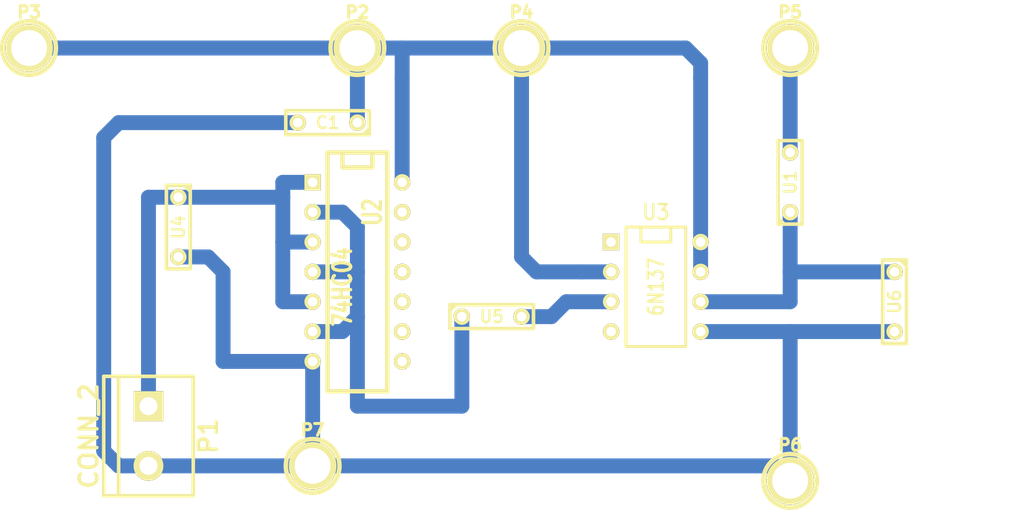
<source format=kicad_pcb>
(kicad_pcb (version 3) (host pcbnew "(2013-07-07 BZR 4022)-stable")

  (general
    (links 25)
    (no_connects 0)
    (area 0 0 0 0)
    (thickness 1.6)
    (drawings 2)
    (tracks 59)
    (zones 0)
    (modules 14)
    (nets 8)
  )

  (page A3)
  (layers
    (15 F.Cu signal)
    (0 B.Cu signal)
    (16 B.Adhes user)
    (17 F.Adhes user)
    (18 B.Paste user)
    (19 F.Paste user)
    (20 B.SilkS user)
    (21 F.SilkS user)
    (22 B.Mask user)
    (23 F.Mask user)
    (24 Dwgs.User user)
    (25 Cmts.User user)
    (26 Eco1.User user)
    (27 Eco2.User user)
    (28 Edge.Cuts user)
  )

  (setup
    (last_trace_width 1.27)
    (user_trace_width 1.27)
    (trace_clearance 0.254)
    (zone_clearance 0.508)
    (zone_45_only no)
    (trace_min 0.254)
    (segment_width 0.2)
    (edge_width 0.1)
    (via_size 0.889)
    (via_drill 0.635)
    (via_min_size 0.889)
    (via_min_drill 0.508)
    (uvia_size 0.508)
    (uvia_drill 0.127)
    (uvias_allowed no)
    (uvia_min_size 0.508)
    (uvia_min_drill 0.127)
    (pcb_text_width 0.3)
    (pcb_text_size 1.5 1.5)
    (mod_edge_width 0.15)
    (mod_text_size 1 1)
    (mod_text_width 0.15)
    (pad_size 1.5 1.5)
    (pad_drill 0.6)
    (pad_to_mask_clearance 0)
    (aux_axis_origin 0 0)
    (visible_elements FFFFFBBF)
    (pcbplotparams
      (layerselection 3178497)
      (usegerberextensions true)
      (excludeedgelayer true)
      (linewidth 0.150000)
      (plotframeref false)
      (viasonmask false)
      (mode 1)
      (useauxorigin false)
      (hpglpennumber 1)
      (hpglpenspeed 20)
      (hpglpendiameter 15)
      (hpglpenoverlay 2)
      (psnegative false)
      (psa4output false)
      (plotreference true)
      (plotvalue true)
      (plotothertext true)
      (plotinvisibletext false)
      (padsonsilk false)
      (subtractmaskfromsilk false)
      (outputformat 1)
      (mirror false)
      (drillshape 1)
      (scaleselection 1)
      (outputdirectory ""))
  )

  (net 0 "")
  (net 1 +3.3V)
  (net 2 AGND)
  (net 3 N-000004)
  (net 4 N-000007)
  (net 5 N-000008)
  (net 6 N-000009)
  (net 7 VAA)

  (net_class Default "This is the default net class."
    (clearance 0.254)
    (trace_width 0.254)
    (via_dia 0.889)
    (via_drill 0.635)
    (uvia_dia 0.508)
    (uvia_drill 0.127)
    (add_net "")
    (add_net +3.3V)
    (add_net AGND)
    (add_net N-000004)
    (add_net N-000007)
    (add_net N-000008)
    (add_net N-000009)
    (add_net VAA)
  )

  (module DIP-8__300 (layer F.Cu) (tedit 43A7F843) (tstamp 5342FE13)
    (at 83.82 50.8 270)
    (descr "8 pins DIL package, round pads")
    (tags DIL)
    (path /534222F7)
    (fp_text reference U3 (at -6.35 0 360) (layer F.SilkS)
      (effects (font (size 1.27 1.143) (thickness 0.2032)))
    )
    (fp_text value 6N137 (at 0 0 270) (layer F.SilkS)
      (effects (font (size 1.27 1.016) (thickness 0.2032)))
    )
    (fp_line (start -5.08 -1.27) (end -3.81 -1.27) (layer F.SilkS) (width 0.254))
    (fp_line (start -3.81 -1.27) (end -3.81 1.27) (layer F.SilkS) (width 0.254))
    (fp_line (start -3.81 1.27) (end -5.08 1.27) (layer F.SilkS) (width 0.254))
    (fp_line (start -5.08 -2.54) (end 5.08 -2.54) (layer F.SilkS) (width 0.254))
    (fp_line (start 5.08 -2.54) (end 5.08 2.54) (layer F.SilkS) (width 0.254))
    (fp_line (start 5.08 2.54) (end -5.08 2.54) (layer F.SilkS) (width 0.254))
    (fp_line (start -5.08 2.54) (end -5.08 -2.54) (layer F.SilkS) (width 0.254))
    (pad 1 thru_hole rect (at -3.81 3.81 270) (size 1.397 1.397) (drill 0.8128)
      (layers *.Cu *.Mask F.SilkS)
    )
    (pad 2 thru_hole circle (at -1.27 3.81 270) (size 1.397 1.397) (drill 0.8128)
      (layers *.Cu *.Mask F.SilkS)
      (net 7 VAA)
    )
    (pad 3 thru_hole circle (at 1.27 3.81 270) (size 1.397 1.397) (drill 0.8128)
      (layers *.Cu *.Mask F.SilkS)
      (net 6 N-000009)
    )
    (pad 4 thru_hole circle (at 3.81 3.81 270) (size 1.397 1.397) (drill 0.8128)
      (layers *.Cu *.Mask F.SilkS)
    )
    (pad 5 thru_hole circle (at 3.81 -3.81 270) (size 1.397 1.397) (drill 0.8128)
      (layers *.Cu *.Mask F.SilkS)
      (net 2 AGND)
    )
    (pad 6 thru_hole circle (at 1.27 -3.81 270) (size 1.397 1.397) (drill 0.8128)
      (layers *.Cu *.Mask F.SilkS)
      (net 3 N-000004)
    )
    (pad 7 thru_hole circle (at -1.27 -3.81 270) (size 1.397 1.397) (drill 0.8128)
      (layers *.Cu *.Mask F.SilkS)
      (net 7 VAA)
    )
    (pad 8 thru_hole circle (at -3.81 -3.81 270) (size 1.397 1.397) (drill 0.8128)
      (layers *.Cu *.Mask F.SilkS)
      (net 7 VAA)
    )
    (model dil/dil_8.wrl
      (at (xyz 0 0 0))
      (scale (xyz 1 1 1))
      (rotate (xyz 0 0 0))
    )
  )

  (module DIP-14__300 (layer F.Cu) (tedit 200000) (tstamp 5342FE2C)
    (at 58.42 49.53 270)
    (descr "14 pins DIL package, round pads")
    (tags DIL)
    (path /53422FF2)
    (fp_text reference U2 (at -5.08 -1.27 270) (layer F.SilkS)
      (effects (font (size 1.524 1.143) (thickness 0.3048)))
    )
    (fp_text value 74HC04 (at 1.27 1.27 270) (layer F.SilkS)
      (effects (font (size 1.524 1.143) (thickness 0.3048)))
    )
    (fp_line (start -10.16 -2.54) (end 10.16 -2.54) (layer F.SilkS) (width 0.381))
    (fp_line (start 10.16 2.54) (end -10.16 2.54) (layer F.SilkS) (width 0.381))
    (fp_line (start -10.16 2.54) (end -10.16 -2.54) (layer F.SilkS) (width 0.381))
    (fp_line (start -10.16 -1.27) (end -8.89 -1.27) (layer F.SilkS) (width 0.381))
    (fp_line (start -8.89 -1.27) (end -8.89 1.27) (layer F.SilkS) (width 0.381))
    (fp_line (start -8.89 1.27) (end -10.16 1.27) (layer F.SilkS) (width 0.381))
    (fp_line (start 10.16 -2.54) (end 10.16 2.54) (layer F.SilkS) (width 0.381))
    (pad 1 thru_hole rect (at -7.62 3.81 270) (size 1.397 1.397) (drill 0.8128)
      (layers *.Cu *.Mask F.SilkS)
      (net 5 N-000008)
    )
    (pad 2 thru_hole circle (at -5.08 3.81 270) (size 1.397 1.397) (drill 0.8128)
      (layers *.Cu *.Mask F.SilkS)
      (net 4 N-000007)
    )
    (pad 3 thru_hole circle (at -2.54 3.81 270) (size 1.397 1.397) (drill 0.8128)
      (layers *.Cu *.Mask F.SilkS)
      (net 5 N-000008)
    )
    (pad 4 thru_hole circle (at 0 3.81 270) (size 1.397 1.397) (drill 0.8128)
      (layers *.Cu *.Mask F.SilkS)
      (net 4 N-000007)
    )
    (pad 5 thru_hole circle (at 2.54 3.81 270) (size 1.397 1.397) (drill 0.8128)
      (layers *.Cu *.Mask F.SilkS)
      (net 5 N-000008)
    )
    (pad 6 thru_hole circle (at 5.08 3.81 270) (size 1.397 1.397) (drill 0.8128)
      (layers *.Cu *.Mask F.SilkS)
      (net 4 N-000007)
    )
    (pad 7 thru_hole circle (at 7.62 3.81 270) (size 1.397 1.397) (drill 0.8128)
      (layers *.Cu *.Mask F.SilkS)
      (net 2 AGND)
    )
    (pad 8 thru_hole circle (at 7.62 -3.81 270) (size 1.397 1.397) (drill 0.8128)
      (layers *.Cu *.Mask F.SilkS)
    )
    (pad 9 thru_hole circle (at 5.08 -3.81 270) (size 1.397 1.397) (drill 0.8128)
      (layers *.Cu *.Mask F.SilkS)
    )
    (pad 10 thru_hole circle (at 2.54 -3.81 270) (size 1.397 1.397) (drill 0.8128)
      (layers *.Cu *.Mask F.SilkS)
    )
    (pad 11 thru_hole circle (at 0 -3.81 270) (size 1.397 1.397) (drill 0.8128)
      (layers *.Cu *.Mask F.SilkS)
    )
    (pad 12 thru_hole circle (at -2.54 -3.81 270) (size 1.397 1.397) (drill 0.8128)
      (layers *.Cu *.Mask F.SilkS)
    )
    (pad 13 thru_hole circle (at -5.08 -3.81 270) (size 1.397 1.397) (drill 0.8128)
      (layers *.Cu *.Mask F.SilkS)
    )
    (pad 14 thru_hole circle (at -7.62 -3.81 270) (size 1.397 1.397) (drill 0.8128)
      (layers *.Cu *.Mask F.SilkS)
      (net 7 VAA)
    )
    (model dil/dil_14.wrl
      (at (xyz 0 0 0))
      (scale (xyz 1 1 1))
      (rotate (xyz 0 0 0))
    )
  )

  (module C2 (layer F.Cu) (tedit 200000) (tstamp 5342FE37)
    (at 69.85 53.34)
    (descr "Condensateur = 2 pas")
    (tags C)
    (path /53423063)
    (fp_text reference U5 (at 0 0) (layer F.SilkS)
      (effects (font (size 1.016 1.016) (thickness 0.2032)))
    )
    (fp_text value R_limitadora (at 0 0) (layer F.SilkS) hide
      (effects (font (size 1.016 1.016) (thickness 0.2032)))
    )
    (fp_line (start -3.556 -1.016) (end 3.556 -1.016) (layer F.SilkS) (width 0.3048))
    (fp_line (start 3.556 -1.016) (end 3.556 1.016) (layer F.SilkS) (width 0.3048))
    (fp_line (start 3.556 1.016) (end -3.556 1.016) (layer F.SilkS) (width 0.3048))
    (fp_line (start -3.556 1.016) (end -3.556 -1.016) (layer F.SilkS) (width 0.3048))
    (fp_line (start -3.556 -0.508) (end -3.048 -1.016) (layer F.SilkS) (width 0.3048))
    (pad 1 thru_hole circle (at -2.54 0) (size 1.397 1.397) (drill 0.8128)
      (layers *.Cu *.Mask F.SilkS)
      (net 4 N-000007)
    )
    (pad 2 thru_hole circle (at 2.54 0) (size 1.397 1.397) (drill 0.8128)
      (layers *.Cu *.Mask F.SilkS)
      (net 6 N-000009)
    )
    (model discret/capa_2pas_5x5mm.wrl
      (at (xyz 0 0 0))
      (scale (xyz 1 1 1))
      (rotate (xyz 0 0 0))
    )
  )

  (module C2 (layer F.Cu) (tedit 200000) (tstamp 5342FE42)
    (at 95.25 41.91 90)
    (descr "Condensateur = 2 pas")
    (tags C)
    (path /534232B2)
    (fp_text reference U1 (at 0 0 90) (layer F.SilkS)
      (effects (font (size 1.016 1.016) (thickness 0.2032)))
    )
    (fp_text value R_pull-up (at 0 0 90) (layer F.SilkS) hide
      (effects (font (size 1.016 1.016) (thickness 0.2032)))
    )
    (fp_line (start -3.556 -1.016) (end 3.556 -1.016) (layer F.SilkS) (width 0.3048))
    (fp_line (start 3.556 -1.016) (end 3.556 1.016) (layer F.SilkS) (width 0.3048))
    (fp_line (start 3.556 1.016) (end -3.556 1.016) (layer F.SilkS) (width 0.3048))
    (fp_line (start -3.556 1.016) (end -3.556 -1.016) (layer F.SilkS) (width 0.3048))
    (fp_line (start -3.556 -0.508) (end -3.048 -1.016) (layer F.SilkS) (width 0.3048))
    (pad 1 thru_hole circle (at -2.54 0 90) (size 1.397 1.397) (drill 0.8128)
      (layers *.Cu *.Mask F.SilkS)
      (net 3 N-000004)
    )
    (pad 2 thru_hole circle (at 2.54 0 90) (size 1.397 1.397) (drill 0.8128)
      (layers *.Cu *.Mask F.SilkS)
      (net 1 +3.3V)
    )
    (model discret/capa_2pas_5x5mm.wrl
      (at (xyz 0 0 0))
      (scale (xyz 1 1 1))
      (rotate (xyz 0 0 0))
    )
  )

  (module C2 (layer F.Cu) (tedit 200000) (tstamp 5342FE4D)
    (at 104.14 52.07 270)
    (descr "Condensateur = 2 pas")
    (tags C)
    (path /53423323)
    (fp_text reference U6 (at 0 0 270) (layer F.SilkS)
      (effects (font (size 1.016 1.016) (thickness 0.2032)))
    )
    (fp_text value TP_salida (at 0 0 270) (layer F.SilkS) hide
      (effects (font (size 1.016 1.016) (thickness 0.2032)))
    )
    (fp_line (start -3.556 -1.016) (end 3.556 -1.016) (layer F.SilkS) (width 0.3048))
    (fp_line (start 3.556 -1.016) (end 3.556 1.016) (layer F.SilkS) (width 0.3048))
    (fp_line (start 3.556 1.016) (end -3.556 1.016) (layer F.SilkS) (width 0.3048))
    (fp_line (start -3.556 1.016) (end -3.556 -1.016) (layer F.SilkS) (width 0.3048))
    (fp_line (start -3.556 -0.508) (end -3.048 -1.016) (layer F.SilkS) (width 0.3048))
    (pad 1 thru_hole circle (at -2.54 0 270) (size 1.397 1.397) (drill 0.8128)
      (layers *.Cu *.Mask F.SilkS)
      (net 3 N-000004)
    )
    (pad 2 thru_hole circle (at 2.54 0 270) (size 1.397 1.397) (drill 0.8128)
      (layers *.Cu *.Mask F.SilkS)
      (net 2 AGND)
    )
    (model discret/capa_2pas_5x5mm.wrl
      (at (xyz 0 0 0))
      (scale (xyz 1 1 1))
      (rotate (xyz 0 0 0))
    )
  )

  (module C2 (layer F.Cu) (tedit 5343003B) (tstamp 5342FE58)
    (at 43.18 45.72 270)
    (descr "Condensateur = 2 pas")
    (tags C)
    (path /5342343B)
    (fp_text reference U4 (at 0 0 270) (layer F.SilkS)
      (effects (font (size 1.016 1.016) (thickness 0.2032)))
    )
    (fp_text value TP_entrada (at 0 0 270) (layer F.SilkS) hide
      (effects (font (size 1.016 1.016) (thickness 0.2032)))
    )
    (fp_line (start -3.556 -1.016) (end 3.556 -1.016) (layer F.SilkS) (width 0.3048))
    (fp_line (start 3.556 -1.016) (end 3.556 1.016) (layer F.SilkS) (width 0.3048))
    (fp_line (start 3.556 1.016) (end -3.556 1.016) (layer F.SilkS) (width 0.3048))
    (fp_line (start -3.556 1.016) (end -3.556 -1.016) (layer F.SilkS) (width 0.3048))
    (fp_line (start -3.556 -0.508) (end -3.048 -1.016) (layer F.SilkS) (width 0.3048))
    (pad 1 thru_hole circle (at -2.54 0 270) (size 1.397 1.397) (drill 0.8128)
      (layers *.Cu *.Mask F.SilkS)
      (net 5 N-000008)
    )
    (pad 2 thru_hole circle (at 2.54 0 270) (size 1.397 1.397) (drill 0.8128)
      (layers *.Cu *.Mask F.SilkS)
      (net 2 AGND)
    )
    (model discret/capa_2pas_5x5mm.wrl
      (at (xyz 0 0 0))
      (scale (xyz 1 1 1))
      (rotate (xyz 0 0 0))
    )
  )

  (module C2 (layer F.Cu) (tedit 5342FF96) (tstamp 5342FE63)
    (at 55.88 36.83 180)
    (descr "Condensateur = 2 pas")
    (tags C)
    (path /5342F81F)
    (fp_text reference C1 (at 0 0 180) (layer F.SilkS)
      (effects (font (size 1.016 1.016) (thickness 0.2032)))
    )
    (fp_text value 0.1u (at 0 0 180) (layer F.SilkS) hide
      (effects (font (size 1.016 1.016) (thickness 0.2032)))
    )
    (fp_line (start -3.556 -1.016) (end 3.556 -1.016) (layer F.SilkS) (width 0.3048))
    (fp_line (start 3.556 -1.016) (end 3.556 1.016) (layer F.SilkS) (width 0.3048))
    (fp_line (start 3.556 1.016) (end -3.556 1.016) (layer F.SilkS) (width 0.3048))
    (fp_line (start -3.556 1.016) (end -3.556 -1.016) (layer F.SilkS) (width 0.3048))
    (fp_line (start -3.556 -0.508) (end -3.048 -1.016) (layer F.SilkS) (width 0.3048))
    (pad 1 thru_hole circle (at -2.54 0 180) (size 1.397 1.397) (drill 0.8128)
      (layers *.Cu *.Mask F.SilkS)
      (net 7 VAA)
    )
    (pad 2 thru_hole circle (at 2.54 0 180) (size 1.397 1.397) (drill 0.8128)
      (layers *.Cu *.Mask F.SilkS)
      (net 2 AGND)
    )
    (model discret/capa_2pas_5x5mm.wrl
      (at (xyz 0 0 0))
      (scale (xyz 1 1 1))
      (rotate (xyz 0 0 0))
    )
  )

  (module bornier2 (layer F.Cu) (tedit 3EC0ED69) (tstamp 5342FE6E)
    (at 40.64 63.5 270)
    (descr "Bornier d'alimentation 2 pins")
    (tags DEV)
    (path /53423412)
    (fp_text reference P1 (at 0 -5.08 270) (layer F.SilkS)
      (effects (font (size 1.524 1.524) (thickness 0.3048)))
    )
    (fp_text value CONN_2 (at 0 5.08 270) (layer F.SilkS)
      (effects (font (size 1.524 1.524) (thickness 0.3048)))
    )
    (fp_line (start 5.08 2.54) (end -5.08 2.54) (layer F.SilkS) (width 0.3048))
    (fp_line (start 5.08 3.81) (end 5.08 -3.81) (layer F.SilkS) (width 0.3048))
    (fp_line (start 5.08 -3.81) (end -5.08 -3.81) (layer F.SilkS) (width 0.3048))
    (fp_line (start -5.08 -3.81) (end -5.08 3.81) (layer F.SilkS) (width 0.3048))
    (fp_line (start -5.08 3.81) (end 5.08 3.81) (layer F.SilkS) (width 0.3048))
    (pad 1 thru_hole rect (at -2.54 0 270) (size 2.54 2.54) (drill 1.524)
      (layers *.Cu *.Mask F.SilkS)
      (net 5 N-000008)
    )
    (pad 2 thru_hole circle (at 2.54 0 270) (size 2.54 2.54) (drill 1.524)
      (layers *.Cu *.Mask F.SilkS)
      (net 2 AGND)
    )
    (model device/bornier_2.wrl
      (at (xyz 0 0 0))
      (scale (xyz 1 1 1))
      (rotate (xyz 0 0 0))
    )
  )

  (module 1pin (layer F.Cu) (tedit 200000) (tstamp 5342FE74)
    (at 58.42 30.48)
    (descr "module 1 pin (ou trou mecanique de percage)")
    (tags DEV)
    (path /5342F8A3)
    (fp_text reference P2 (at 0 -3.048) (layer F.SilkS)
      (effects (font (size 1.016 1.016) (thickness 0.254)))
    )
    (fp_text value CONN_1 (at 0 2.794) (layer F.SilkS) hide
      (effects (font (size 1.016 1.016) (thickness 0.254)))
    )
    (fp_circle (center 0 0) (end 0 -2.286) (layer F.SilkS) (width 0.381))
    (pad 1 thru_hole circle (at 0 0) (size 4.064 4.064) (drill 3.048)
      (layers *.Cu *.Mask F.SilkS)
      (net 7 VAA)
    )
  )

  (module 1pin (layer F.Cu) (tedit 200000) (tstamp 5342FE7A)
    (at 30.48 30.48)
    (descr "module 1 pin (ou trou mecanique de percage)")
    (tags DEV)
    (path /5342F8B0)
    (fp_text reference P3 (at 0 -3.048) (layer F.SilkS)
      (effects (font (size 1.016 1.016) (thickness 0.254)))
    )
    (fp_text value CONN_1 (at 0 2.794) (layer F.SilkS) hide
      (effects (font (size 1.016 1.016) (thickness 0.254)))
    )
    (fp_circle (center 0 0) (end 0 -2.286) (layer F.SilkS) (width 0.381))
    (pad 1 thru_hole circle (at 0 0) (size 4.064 4.064) (drill 3.048)
      (layers *.Cu *.Mask F.SilkS)
      (net 7 VAA)
    )
  )

  (module 1pin (layer F.Cu) (tedit 200000) (tstamp 5342FE80)
    (at 95.25 30.48)
    (descr "module 1 pin (ou trou mecanique de percage)")
    (tags DEV)
    (path /5342F8B6)
    (fp_text reference P5 (at 0 -3.048) (layer F.SilkS)
      (effects (font (size 1.016 1.016) (thickness 0.254)))
    )
    (fp_text value CONN_1 (at 0 2.794) (layer F.SilkS) hide
      (effects (font (size 1.016 1.016) (thickness 0.254)))
    )
    (fp_circle (center 0 0) (end 0 -2.286) (layer F.SilkS) (width 0.381))
    (pad 1 thru_hole circle (at 0 0) (size 4.064 4.064) (drill 3.048)
      (layers *.Cu *.Mask F.SilkS)
      (net 1 +3.3V)
    )
  )

  (module 1pin (layer F.Cu) (tedit 200000) (tstamp 5342FE86)
    (at 72.39 30.48)
    (descr "module 1 pin (ou trou mecanique de percage)")
    (tags DEV)
    (path /5342F9E3)
    (fp_text reference P4 (at 0 -3.048) (layer F.SilkS)
      (effects (font (size 1.016 1.016) (thickness 0.254)))
    )
    (fp_text value CONN_1 (at 0 2.794) (layer F.SilkS) hide
      (effects (font (size 1.016 1.016) (thickness 0.254)))
    )
    (fp_circle (center 0 0) (end 0 -2.286) (layer F.SilkS) (width 0.381))
    (pad 1 thru_hole circle (at 0 0) (size 4.064 4.064) (drill 3.048)
      (layers *.Cu *.Mask F.SilkS)
      (net 7 VAA)
    )
  )

  (module 1pin (layer F.Cu) (tedit 200000) (tstamp 5342FE8C)
    (at 95.25 67.31)
    (descr "module 1 pin (ou trou mecanique de percage)")
    (tags DEV)
    (path /5342F9E9)
    (fp_text reference P6 (at 0 -3.048) (layer F.SilkS)
      (effects (font (size 1.016 1.016) (thickness 0.254)))
    )
    (fp_text value CONN_1 (at 0 2.794) (layer F.SilkS) hide
      (effects (font (size 1.016 1.016) (thickness 0.254)))
    )
    (fp_circle (center 0 0) (end 0 -2.286) (layer F.SilkS) (width 0.381))
    (pad 1 thru_hole circle (at 0 0) (size 4.064 4.064) (drill 3.048)
      (layers *.Cu *.Mask F.SilkS)
      (net 2 AGND)
    )
  )

  (module 1pin (layer F.Cu) (tedit 200000) (tstamp 5342FFCD)
    (at 54.61 66.04)
    (descr "module 1 pin (ou trou mecanique de percage)")
    (tags DEV)
    (path /5342FF5F)
    (fp_text reference P7 (at 0 -3.048) (layer F.SilkS)
      (effects (font (size 1.016 1.016) (thickness 0.254)))
    )
    (fp_text value CONN_1 (at 0 2.794) (layer F.SilkS) hide
      (effects (font (size 1.016 1.016) (thickness 0.254)))
    )
    (fp_circle (center 0 0) (end 0 -2.286) (layer F.SilkS) (width 0.381))
    (pad 1 thru_hole circle (at 0 0) (size 4.064 4.064) (drill 3.048)
      (layers *.Cu *.Mask F.SilkS)
      (net 2 AGND)
    )
  )

  (gr_circle (center 104.14 52.07) (end 113.03 58.42) (layer B.Paste) (width 0.2))
  (gr_circle (center 43.18 45.72) (end 52.07 52.07) (layer B.Paste) (width 0.2))

  (segment (start 95.25 30.48) (end 95.25 39.37) (width 1.27) (layer B.Cu) (net 1))
  (segment (start 54.61 66.04) (end 93.98 66.04) (width 1.27) (layer B.Cu) (net 2) (status C00000))
  (segment (start 93.98 66.04) (end 95.25 67.31) (width 1.27) (layer B.Cu) (net 2) (tstamp 534300F5) (status C00000))
  (segment (start 43.18 48.26) (end 45.72 48.26) (width 1.27) (layer B.Cu) (net 2) (status 10))
  (segment (start 46.99 49.53) (end 46.99 57.15) (width 1.27) (layer B.Cu) (net 2) (tstamp 534300C3))
  (segment (start 45.72 48.26) (end 46.99 49.53) (width 1.27) (layer B.Cu) (net 2) (tstamp 534300C2))
  (segment (start 53.34 36.83) (end 38.1 36.83) (width 1.27) (layer B.Cu) (net 2))
  (segment (start 38.1 66.04) (end 40.64 66.04) (width 1.27) (layer B.Cu) (net 2) (tstamp 534300BA))
  (segment (start 36.83 64.77) (end 38.1 66.04) (width 1.27) (layer B.Cu) (net 2) (tstamp 534300B9))
  (segment (start 36.83 38.1) (end 36.83 64.77) (width 1.27) (layer B.Cu) (net 2) (tstamp 534300B8))
  (segment (start 38.1 36.83) (end 36.83 38.1) (width 1.27) (layer B.Cu) (net 2) (tstamp 534300B7))
  (segment (start 46.99 57.15) (end 54.61 57.15) (width 1.27) (layer B.Cu) (net 2) (tstamp 534300C6))
  (segment (start 54.61 57.15) (end 54.61 66.04) (width 1.27) (layer B.Cu) (net 2))
  (segment (start 54.61 66.04) (end 40.64 66.04) (width 1.27) (layer B.Cu) (net 2) (tstamp 53430081))
  (segment (start 54.61 66.04) (end 54.61 66.04) (width 1.27) (layer B.Cu) (net 2) (status 30))
  (segment (start 95.25 67.31) (end 95.25 54.61) (width 1.27) (layer B.Cu) (net 2))
  (segment (start 87.63 54.61) (end 95.25 54.61) (width 1.27) (layer B.Cu) (net 2))
  (segment (start 95.25 54.61) (end 104.14 54.61) (width 1.27) (layer B.Cu) (net 2) (tstamp 5342FF4F))
  (segment (start 87.63 52.07) (end 95.25 52.07) (width 1.27) (layer B.Cu) (net 3))
  (segment (start 95.25 52.07) (end 95.25 49.53) (width 1.27) (layer B.Cu) (net 3) (tstamp 5342FF48))
  (segment (start 95.25 44.45) (end 95.25 49.53) (width 1.27) (layer B.Cu) (net 3))
  (segment (start 95.25 49.53) (end 104.14 49.53) (width 1.27) (layer B.Cu) (net 3) (tstamp 5342FF45))
  (segment (start 67.31 53.34) (end 67.31 60.96) (width 1.27) (layer B.Cu) (net 4))
  (segment (start 67.31 60.96) (end 58.42 60.96) (width 1.27) (layer B.Cu) (net 4) (tstamp 5343001A))
  (segment (start 58.42 60.96) (end 58.42 53.34) (width 1.27) (layer B.Cu) (net 4) (tstamp 5342FFFB))
  (segment (start 54.61 49.53) (end 58.42 49.53) (width 1.27) (layer B.Cu) (net 4))
  (segment (start 54.61 44.45) (end 57.15 44.45) (width 1.27) (layer B.Cu) (net 4))
  (segment (start 57.15 54.61) (end 54.61 54.61) (width 1.27) (layer B.Cu) (net 4) (tstamp 5342FF8B))
  (segment (start 58.42 53.34) (end 57.15 54.61) (width 1.27) (layer B.Cu) (net 4) (tstamp 5342FF8A))
  (segment (start 58.42 45.72) (end 58.42 49.53) (width 1.27) (layer B.Cu) (net 4) (tstamp 5342FF89))
  (segment (start 58.42 49.53) (end 58.42 53.34) (width 1.27) (layer B.Cu) (net 4) (tstamp 5342FF90))
  (segment (start 57.15 44.45) (end 58.42 45.72) (width 1.27) (layer B.Cu) (net 4) (tstamp 5342FF88))
  (segment (start 43.18 43.18) (end 40.64 43.18) (width 1.27) (layer B.Cu) (net 5) (status 400000))
  (segment (start 40.64 43.18) (end 40.64 60.96) (width 1.27) (layer B.Cu) (net 5) (tstamp 534300D9) (status 800000))
  (segment (start 52.07 43.18) (end 43.18 43.18) (width 1.27) (layer B.Cu) (net 5) (status 20))
  (segment (start 52.07 46.99) (end 52.07 52.07) (width 1.27) (layer B.Cu) (net 5))
  (segment (start 52.07 52.07) (end 54.61 52.07) (width 1.27) (layer B.Cu) (net 5) (tstamp 5342FF58))
  (segment (start 54.61 41.91) (end 52.07 41.91) (width 1.27) (layer B.Cu) (net 5))
  (segment (start 52.07 41.91) (end 52.07 43.18) (width 1.27) (layer B.Cu) (net 5) (tstamp 5342FF53))
  (segment (start 52.07 43.18) (end 52.07 46.99) (width 1.27) (layer B.Cu) (net 5) (tstamp 534300AF))
  (segment (start 52.07 46.99) (end 54.61 46.99) (width 1.27) (layer B.Cu) (net 5) (tstamp 5342FF56))
  (segment (start 72.39 53.34) (end 74.93 53.34) (width 1.27) (layer B.Cu) (net 6))
  (segment (start 76.2 52.07) (end 80.01 52.07) (width 1.27) (layer B.Cu) (net 6) (tstamp 53430017))
  (segment (start 74.93 53.34) (end 76.2 52.07) (width 1.27) (layer B.Cu) (net 6) (tstamp 53430016))
  (segment (start 58.42 36.83) (end 58.42 30.48) (width 1.27) (layer B.Cu) (net 7) (status C00000))
  (segment (start 87.63 46.99) (end 87.63 33.02) (width 1.27) (layer B.Cu) (net 7))
  (segment (start 86.36 30.48) (end 72.39 30.48) (width 1.27) (layer B.Cu) (net 7) (tstamp 5342FF40))
  (segment (start 87.63 31.75) (end 86.36 30.48) (width 1.27) (layer B.Cu) (net 7) (tstamp 5342FF3F))
  (segment (start 87.63 33.02) (end 87.63 31.75) (width 1.27) (layer B.Cu) (net 7) (tstamp 5342FF3E))
  (segment (start 87.63 46.99) (end 87.63 49.53) (width 1.27) (layer B.Cu) (net 7))
  (segment (start 80.01 49.53) (end 77.47 49.53) (width 1.27) (layer B.Cu) (net 7))
  (segment (start 77.47 49.53) (end 73.66 49.53) (width 1.27) (layer B.Cu) (net 7) (tstamp 5342FF78))
  (segment (start 73.66 49.53) (end 72.39 48.26) (width 1.27) (layer B.Cu) (net 7) (tstamp 5342FF37))
  (segment (start 72.39 48.26) (end 72.39 30.48) (width 1.27) (layer B.Cu) (net 7) (tstamp 5342FF38))
  (segment (start 62.23 41.91) (end 62.23 33.02) (width 1.27) (layer B.Cu) (net 7))
  (segment (start 62.23 33.02) (end 62.23 30.48) (width 1.27) (layer B.Cu) (net 7) (tstamp 5342FF32))
  (segment (start 30.48 30.48) (end 58.42 30.48) (width 1.27) (layer B.Cu) (net 7) (status 10))
  (segment (start 58.42 30.48) (end 62.23 30.48) (width 1.27) (layer B.Cu) (net 7) (tstamp 5342FF2F))
  (segment (start 62.23 30.48) (end 72.39 30.48) (width 1.27) (layer B.Cu) (net 7) (tstamp 5342FF35))

)

</source>
